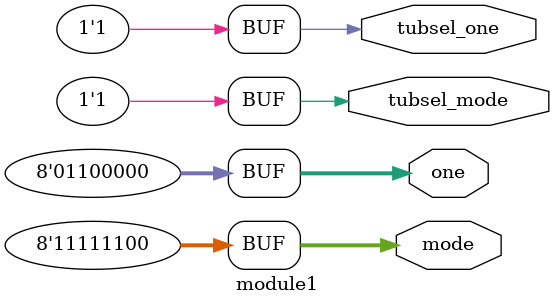
<source format=v>
module module1(
    output reg[7:0] mode,
    output reg[7:0] one,
    output tubsel_mode,//选择哪个数码管亮
    output tubsel_one
    );
    assign tubsel_mode=1'b1;
    assign tubsel_one=1'b1;
    always @* begin
     mode=8'b1111_1100;
     one = 8'b0110_0000;
    end
endmodule
</source>
